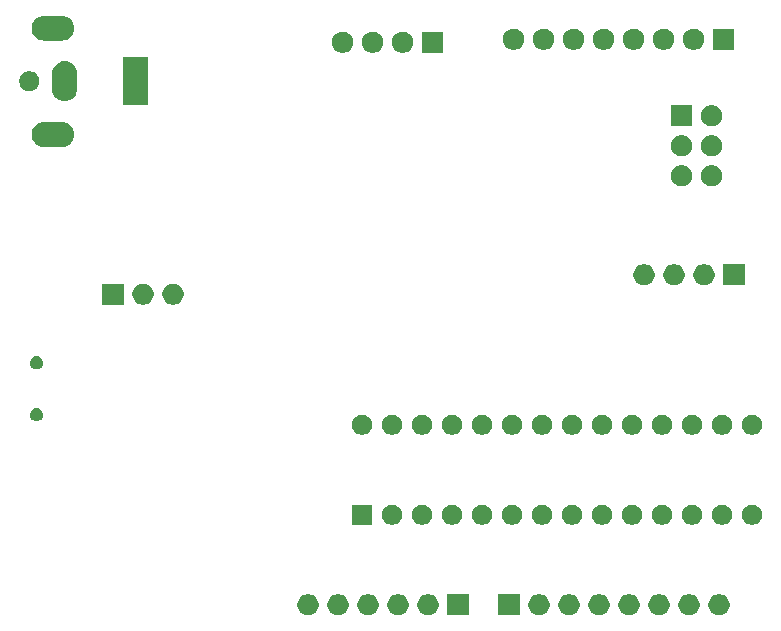
<source format=gbr>
G04 #@! TF.GenerationSoftware,KiCad,Pcbnew,(5.1.5)-3*
G04 #@! TF.CreationDate,2020-06-01T17:25:31+02:00*
G04 #@! TF.ProjectId,aurduino_ng,61757264-7569-46e6-9f5f-6e672e6b6963,rev?*
G04 #@! TF.SameCoordinates,Original*
G04 #@! TF.FileFunction,Soldermask,Bot*
G04 #@! TF.FilePolarity,Negative*
%FSLAX46Y46*%
G04 Gerber Fmt 4.6, Leading zero omitted, Abs format (unit mm)*
G04 Created by KiCad (PCBNEW (5.1.5)-3) date 2020-06-01 17:25:31*
%MOMM*%
%LPD*%
G04 APERTURE LIST*
%ADD10C,0.100000*%
G04 APERTURE END LIST*
D10*
G36*
X150253000Y-135521000D02*
G01*
X148451000Y-135521000D01*
X148451000Y-133719000D01*
X150253000Y-133719000D01*
X150253000Y-135521000D01*
G37*
G36*
X169023512Y-133723927D02*
G01*
X169172812Y-133753624D01*
X169336784Y-133821544D01*
X169484354Y-133920147D01*
X169609853Y-134045646D01*
X169708456Y-134193216D01*
X169776376Y-134357188D01*
X169811000Y-134531259D01*
X169811000Y-134708741D01*
X169776376Y-134882812D01*
X169708456Y-135046784D01*
X169609853Y-135194354D01*
X169484354Y-135319853D01*
X169336784Y-135418456D01*
X169172812Y-135486376D01*
X169023512Y-135516073D01*
X168998742Y-135521000D01*
X168821258Y-135521000D01*
X168796488Y-135516073D01*
X168647188Y-135486376D01*
X168483216Y-135418456D01*
X168335646Y-135319853D01*
X168210147Y-135194354D01*
X168111544Y-135046784D01*
X168043624Y-134882812D01*
X168009000Y-134708741D01*
X168009000Y-134531259D01*
X168043624Y-134357188D01*
X168111544Y-134193216D01*
X168210147Y-134045646D01*
X168335646Y-133920147D01*
X168483216Y-133821544D01*
X168647188Y-133753624D01*
X168796488Y-133723927D01*
X168821258Y-133719000D01*
X168998742Y-133719000D01*
X169023512Y-133723927D01*
G37*
G36*
X136765512Y-133723927D02*
G01*
X136914812Y-133753624D01*
X137078784Y-133821544D01*
X137226354Y-133920147D01*
X137351853Y-134045646D01*
X137450456Y-134193216D01*
X137518376Y-134357188D01*
X137553000Y-134531259D01*
X137553000Y-134708741D01*
X137518376Y-134882812D01*
X137450456Y-135046784D01*
X137351853Y-135194354D01*
X137226354Y-135319853D01*
X137078784Y-135418456D01*
X136914812Y-135486376D01*
X136765512Y-135516073D01*
X136740742Y-135521000D01*
X136563258Y-135521000D01*
X136538488Y-135516073D01*
X136389188Y-135486376D01*
X136225216Y-135418456D01*
X136077646Y-135319853D01*
X135952147Y-135194354D01*
X135853544Y-135046784D01*
X135785624Y-134882812D01*
X135751000Y-134708741D01*
X135751000Y-134531259D01*
X135785624Y-134357188D01*
X135853544Y-134193216D01*
X135952147Y-134045646D01*
X136077646Y-133920147D01*
X136225216Y-133821544D01*
X136389188Y-133753624D01*
X136538488Y-133723927D01*
X136563258Y-133719000D01*
X136740742Y-133719000D01*
X136765512Y-133723927D01*
G37*
G36*
X139305512Y-133723927D02*
G01*
X139454812Y-133753624D01*
X139618784Y-133821544D01*
X139766354Y-133920147D01*
X139891853Y-134045646D01*
X139990456Y-134193216D01*
X140058376Y-134357188D01*
X140093000Y-134531259D01*
X140093000Y-134708741D01*
X140058376Y-134882812D01*
X139990456Y-135046784D01*
X139891853Y-135194354D01*
X139766354Y-135319853D01*
X139618784Y-135418456D01*
X139454812Y-135486376D01*
X139305512Y-135516073D01*
X139280742Y-135521000D01*
X139103258Y-135521000D01*
X139078488Y-135516073D01*
X138929188Y-135486376D01*
X138765216Y-135418456D01*
X138617646Y-135319853D01*
X138492147Y-135194354D01*
X138393544Y-135046784D01*
X138325624Y-134882812D01*
X138291000Y-134708741D01*
X138291000Y-134531259D01*
X138325624Y-134357188D01*
X138393544Y-134193216D01*
X138492147Y-134045646D01*
X138617646Y-133920147D01*
X138765216Y-133821544D01*
X138929188Y-133753624D01*
X139078488Y-133723927D01*
X139103258Y-133719000D01*
X139280742Y-133719000D01*
X139305512Y-133723927D01*
G37*
G36*
X141845512Y-133723927D02*
G01*
X141994812Y-133753624D01*
X142158784Y-133821544D01*
X142306354Y-133920147D01*
X142431853Y-134045646D01*
X142530456Y-134193216D01*
X142598376Y-134357188D01*
X142633000Y-134531259D01*
X142633000Y-134708741D01*
X142598376Y-134882812D01*
X142530456Y-135046784D01*
X142431853Y-135194354D01*
X142306354Y-135319853D01*
X142158784Y-135418456D01*
X141994812Y-135486376D01*
X141845512Y-135516073D01*
X141820742Y-135521000D01*
X141643258Y-135521000D01*
X141618488Y-135516073D01*
X141469188Y-135486376D01*
X141305216Y-135418456D01*
X141157646Y-135319853D01*
X141032147Y-135194354D01*
X140933544Y-135046784D01*
X140865624Y-134882812D01*
X140831000Y-134708741D01*
X140831000Y-134531259D01*
X140865624Y-134357188D01*
X140933544Y-134193216D01*
X141032147Y-134045646D01*
X141157646Y-133920147D01*
X141305216Y-133821544D01*
X141469188Y-133753624D01*
X141618488Y-133723927D01*
X141643258Y-133719000D01*
X141820742Y-133719000D01*
X141845512Y-133723927D01*
G37*
G36*
X154571000Y-135521000D02*
G01*
X152769000Y-135521000D01*
X152769000Y-133719000D01*
X154571000Y-133719000D01*
X154571000Y-135521000D01*
G37*
G36*
X156323512Y-133723927D02*
G01*
X156472812Y-133753624D01*
X156636784Y-133821544D01*
X156784354Y-133920147D01*
X156909853Y-134045646D01*
X157008456Y-134193216D01*
X157076376Y-134357188D01*
X157111000Y-134531259D01*
X157111000Y-134708741D01*
X157076376Y-134882812D01*
X157008456Y-135046784D01*
X156909853Y-135194354D01*
X156784354Y-135319853D01*
X156636784Y-135418456D01*
X156472812Y-135486376D01*
X156323512Y-135516073D01*
X156298742Y-135521000D01*
X156121258Y-135521000D01*
X156096488Y-135516073D01*
X155947188Y-135486376D01*
X155783216Y-135418456D01*
X155635646Y-135319853D01*
X155510147Y-135194354D01*
X155411544Y-135046784D01*
X155343624Y-134882812D01*
X155309000Y-134708741D01*
X155309000Y-134531259D01*
X155343624Y-134357188D01*
X155411544Y-134193216D01*
X155510147Y-134045646D01*
X155635646Y-133920147D01*
X155783216Y-133821544D01*
X155947188Y-133753624D01*
X156096488Y-133723927D01*
X156121258Y-133719000D01*
X156298742Y-133719000D01*
X156323512Y-133723927D01*
G37*
G36*
X158863512Y-133723927D02*
G01*
X159012812Y-133753624D01*
X159176784Y-133821544D01*
X159324354Y-133920147D01*
X159449853Y-134045646D01*
X159548456Y-134193216D01*
X159616376Y-134357188D01*
X159651000Y-134531259D01*
X159651000Y-134708741D01*
X159616376Y-134882812D01*
X159548456Y-135046784D01*
X159449853Y-135194354D01*
X159324354Y-135319853D01*
X159176784Y-135418456D01*
X159012812Y-135486376D01*
X158863512Y-135516073D01*
X158838742Y-135521000D01*
X158661258Y-135521000D01*
X158636488Y-135516073D01*
X158487188Y-135486376D01*
X158323216Y-135418456D01*
X158175646Y-135319853D01*
X158050147Y-135194354D01*
X157951544Y-135046784D01*
X157883624Y-134882812D01*
X157849000Y-134708741D01*
X157849000Y-134531259D01*
X157883624Y-134357188D01*
X157951544Y-134193216D01*
X158050147Y-134045646D01*
X158175646Y-133920147D01*
X158323216Y-133821544D01*
X158487188Y-133753624D01*
X158636488Y-133723927D01*
X158661258Y-133719000D01*
X158838742Y-133719000D01*
X158863512Y-133723927D01*
G37*
G36*
X161403512Y-133723927D02*
G01*
X161552812Y-133753624D01*
X161716784Y-133821544D01*
X161864354Y-133920147D01*
X161989853Y-134045646D01*
X162088456Y-134193216D01*
X162156376Y-134357188D01*
X162191000Y-134531259D01*
X162191000Y-134708741D01*
X162156376Y-134882812D01*
X162088456Y-135046784D01*
X161989853Y-135194354D01*
X161864354Y-135319853D01*
X161716784Y-135418456D01*
X161552812Y-135486376D01*
X161403512Y-135516073D01*
X161378742Y-135521000D01*
X161201258Y-135521000D01*
X161176488Y-135516073D01*
X161027188Y-135486376D01*
X160863216Y-135418456D01*
X160715646Y-135319853D01*
X160590147Y-135194354D01*
X160491544Y-135046784D01*
X160423624Y-134882812D01*
X160389000Y-134708741D01*
X160389000Y-134531259D01*
X160423624Y-134357188D01*
X160491544Y-134193216D01*
X160590147Y-134045646D01*
X160715646Y-133920147D01*
X160863216Y-133821544D01*
X161027188Y-133753624D01*
X161176488Y-133723927D01*
X161201258Y-133719000D01*
X161378742Y-133719000D01*
X161403512Y-133723927D01*
G37*
G36*
X163943512Y-133723927D02*
G01*
X164092812Y-133753624D01*
X164256784Y-133821544D01*
X164404354Y-133920147D01*
X164529853Y-134045646D01*
X164628456Y-134193216D01*
X164696376Y-134357188D01*
X164731000Y-134531259D01*
X164731000Y-134708741D01*
X164696376Y-134882812D01*
X164628456Y-135046784D01*
X164529853Y-135194354D01*
X164404354Y-135319853D01*
X164256784Y-135418456D01*
X164092812Y-135486376D01*
X163943512Y-135516073D01*
X163918742Y-135521000D01*
X163741258Y-135521000D01*
X163716488Y-135516073D01*
X163567188Y-135486376D01*
X163403216Y-135418456D01*
X163255646Y-135319853D01*
X163130147Y-135194354D01*
X163031544Y-135046784D01*
X162963624Y-134882812D01*
X162929000Y-134708741D01*
X162929000Y-134531259D01*
X162963624Y-134357188D01*
X163031544Y-134193216D01*
X163130147Y-134045646D01*
X163255646Y-133920147D01*
X163403216Y-133821544D01*
X163567188Y-133753624D01*
X163716488Y-133723927D01*
X163741258Y-133719000D01*
X163918742Y-133719000D01*
X163943512Y-133723927D01*
G37*
G36*
X166483512Y-133723927D02*
G01*
X166632812Y-133753624D01*
X166796784Y-133821544D01*
X166944354Y-133920147D01*
X167069853Y-134045646D01*
X167168456Y-134193216D01*
X167236376Y-134357188D01*
X167271000Y-134531259D01*
X167271000Y-134708741D01*
X167236376Y-134882812D01*
X167168456Y-135046784D01*
X167069853Y-135194354D01*
X166944354Y-135319853D01*
X166796784Y-135418456D01*
X166632812Y-135486376D01*
X166483512Y-135516073D01*
X166458742Y-135521000D01*
X166281258Y-135521000D01*
X166256488Y-135516073D01*
X166107188Y-135486376D01*
X165943216Y-135418456D01*
X165795646Y-135319853D01*
X165670147Y-135194354D01*
X165571544Y-135046784D01*
X165503624Y-134882812D01*
X165469000Y-134708741D01*
X165469000Y-134531259D01*
X165503624Y-134357188D01*
X165571544Y-134193216D01*
X165670147Y-134045646D01*
X165795646Y-133920147D01*
X165943216Y-133821544D01*
X166107188Y-133753624D01*
X166256488Y-133723927D01*
X166281258Y-133719000D01*
X166458742Y-133719000D01*
X166483512Y-133723927D01*
G37*
G36*
X171563512Y-133723927D02*
G01*
X171712812Y-133753624D01*
X171876784Y-133821544D01*
X172024354Y-133920147D01*
X172149853Y-134045646D01*
X172248456Y-134193216D01*
X172316376Y-134357188D01*
X172351000Y-134531259D01*
X172351000Y-134708741D01*
X172316376Y-134882812D01*
X172248456Y-135046784D01*
X172149853Y-135194354D01*
X172024354Y-135319853D01*
X171876784Y-135418456D01*
X171712812Y-135486376D01*
X171563512Y-135516073D01*
X171538742Y-135521000D01*
X171361258Y-135521000D01*
X171336488Y-135516073D01*
X171187188Y-135486376D01*
X171023216Y-135418456D01*
X170875646Y-135319853D01*
X170750147Y-135194354D01*
X170651544Y-135046784D01*
X170583624Y-134882812D01*
X170549000Y-134708741D01*
X170549000Y-134531259D01*
X170583624Y-134357188D01*
X170651544Y-134193216D01*
X170750147Y-134045646D01*
X170875646Y-133920147D01*
X171023216Y-133821544D01*
X171187188Y-133753624D01*
X171336488Y-133723927D01*
X171361258Y-133719000D01*
X171538742Y-133719000D01*
X171563512Y-133723927D01*
G37*
G36*
X144385512Y-133723927D02*
G01*
X144534812Y-133753624D01*
X144698784Y-133821544D01*
X144846354Y-133920147D01*
X144971853Y-134045646D01*
X145070456Y-134193216D01*
X145138376Y-134357188D01*
X145173000Y-134531259D01*
X145173000Y-134708741D01*
X145138376Y-134882812D01*
X145070456Y-135046784D01*
X144971853Y-135194354D01*
X144846354Y-135319853D01*
X144698784Y-135418456D01*
X144534812Y-135486376D01*
X144385512Y-135516073D01*
X144360742Y-135521000D01*
X144183258Y-135521000D01*
X144158488Y-135516073D01*
X144009188Y-135486376D01*
X143845216Y-135418456D01*
X143697646Y-135319853D01*
X143572147Y-135194354D01*
X143473544Y-135046784D01*
X143405624Y-134882812D01*
X143371000Y-134708741D01*
X143371000Y-134531259D01*
X143405624Y-134357188D01*
X143473544Y-134193216D01*
X143572147Y-134045646D01*
X143697646Y-133920147D01*
X143845216Y-133821544D01*
X144009188Y-133753624D01*
X144158488Y-133723927D01*
X144183258Y-133719000D01*
X144360742Y-133719000D01*
X144385512Y-133723927D01*
G37*
G36*
X146925512Y-133723927D02*
G01*
X147074812Y-133753624D01*
X147238784Y-133821544D01*
X147386354Y-133920147D01*
X147511853Y-134045646D01*
X147610456Y-134193216D01*
X147678376Y-134357188D01*
X147713000Y-134531259D01*
X147713000Y-134708741D01*
X147678376Y-134882812D01*
X147610456Y-135046784D01*
X147511853Y-135194354D01*
X147386354Y-135319853D01*
X147238784Y-135418456D01*
X147074812Y-135486376D01*
X146925512Y-135516073D01*
X146900742Y-135521000D01*
X146723258Y-135521000D01*
X146698488Y-135516073D01*
X146549188Y-135486376D01*
X146385216Y-135418456D01*
X146237646Y-135319853D01*
X146112147Y-135194354D01*
X146013544Y-135046784D01*
X145945624Y-134882812D01*
X145911000Y-134708741D01*
X145911000Y-134531259D01*
X145945624Y-134357188D01*
X146013544Y-134193216D01*
X146112147Y-134045646D01*
X146237646Y-133920147D01*
X146385216Y-133821544D01*
X146549188Y-133753624D01*
X146698488Y-133723927D01*
X146723258Y-133719000D01*
X146900742Y-133719000D01*
X146925512Y-133723927D01*
G37*
G36*
X171952228Y-126181703D02*
G01*
X172107100Y-126245853D01*
X172246481Y-126338985D01*
X172365015Y-126457519D01*
X172458147Y-126596900D01*
X172522297Y-126751772D01*
X172555000Y-126916184D01*
X172555000Y-127083816D01*
X172522297Y-127248228D01*
X172458147Y-127403100D01*
X172365015Y-127542481D01*
X172246481Y-127661015D01*
X172107100Y-127754147D01*
X171952228Y-127818297D01*
X171787816Y-127851000D01*
X171620184Y-127851000D01*
X171455772Y-127818297D01*
X171300900Y-127754147D01*
X171161519Y-127661015D01*
X171042985Y-127542481D01*
X170949853Y-127403100D01*
X170885703Y-127248228D01*
X170853000Y-127083816D01*
X170853000Y-126916184D01*
X170885703Y-126751772D01*
X170949853Y-126596900D01*
X171042985Y-126457519D01*
X171161519Y-126338985D01*
X171300900Y-126245853D01*
X171455772Y-126181703D01*
X171620184Y-126149000D01*
X171787816Y-126149000D01*
X171952228Y-126181703D01*
G37*
G36*
X142075000Y-127851000D02*
G01*
X140373000Y-127851000D01*
X140373000Y-126149000D01*
X142075000Y-126149000D01*
X142075000Y-127851000D01*
G37*
G36*
X151632228Y-126181703D02*
G01*
X151787100Y-126245853D01*
X151926481Y-126338985D01*
X152045015Y-126457519D01*
X152138147Y-126596900D01*
X152202297Y-126751772D01*
X152235000Y-126916184D01*
X152235000Y-127083816D01*
X152202297Y-127248228D01*
X152138147Y-127403100D01*
X152045015Y-127542481D01*
X151926481Y-127661015D01*
X151787100Y-127754147D01*
X151632228Y-127818297D01*
X151467816Y-127851000D01*
X151300184Y-127851000D01*
X151135772Y-127818297D01*
X150980900Y-127754147D01*
X150841519Y-127661015D01*
X150722985Y-127542481D01*
X150629853Y-127403100D01*
X150565703Y-127248228D01*
X150533000Y-127083816D01*
X150533000Y-126916184D01*
X150565703Y-126751772D01*
X150629853Y-126596900D01*
X150722985Y-126457519D01*
X150841519Y-126338985D01*
X150980900Y-126245853D01*
X151135772Y-126181703D01*
X151300184Y-126149000D01*
X151467816Y-126149000D01*
X151632228Y-126181703D01*
G37*
G36*
X156712228Y-126181703D02*
G01*
X156867100Y-126245853D01*
X157006481Y-126338985D01*
X157125015Y-126457519D01*
X157218147Y-126596900D01*
X157282297Y-126751772D01*
X157315000Y-126916184D01*
X157315000Y-127083816D01*
X157282297Y-127248228D01*
X157218147Y-127403100D01*
X157125015Y-127542481D01*
X157006481Y-127661015D01*
X156867100Y-127754147D01*
X156712228Y-127818297D01*
X156547816Y-127851000D01*
X156380184Y-127851000D01*
X156215772Y-127818297D01*
X156060900Y-127754147D01*
X155921519Y-127661015D01*
X155802985Y-127542481D01*
X155709853Y-127403100D01*
X155645703Y-127248228D01*
X155613000Y-127083816D01*
X155613000Y-126916184D01*
X155645703Y-126751772D01*
X155709853Y-126596900D01*
X155802985Y-126457519D01*
X155921519Y-126338985D01*
X156060900Y-126245853D01*
X156215772Y-126181703D01*
X156380184Y-126149000D01*
X156547816Y-126149000D01*
X156712228Y-126181703D01*
G37*
G36*
X159252228Y-126181703D02*
G01*
X159407100Y-126245853D01*
X159546481Y-126338985D01*
X159665015Y-126457519D01*
X159758147Y-126596900D01*
X159822297Y-126751772D01*
X159855000Y-126916184D01*
X159855000Y-127083816D01*
X159822297Y-127248228D01*
X159758147Y-127403100D01*
X159665015Y-127542481D01*
X159546481Y-127661015D01*
X159407100Y-127754147D01*
X159252228Y-127818297D01*
X159087816Y-127851000D01*
X158920184Y-127851000D01*
X158755772Y-127818297D01*
X158600900Y-127754147D01*
X158461519Y-127661015D01*
X158342985Y-127542481D01*
X158249853Y-127403100D01*
X158185703Y-127248228D01*
X158153000Y-127083816D01*
X158153000Y-126916184D01*
X158185703Y-126751772D01*
X158249853Y-126596900D01*
X158342985Y-126457519D01*
X158461519Y-126338985D01*
X158600900Y-126245853D01*
X158755772Y-126181703D01*
X158920184Y-126149000D01*
X159087816Y-126149000D01*
X159252228Y-126181703D01*
G37*
G36*
X149092228Y-126181703D02*
G01*
X149247100Y-126245853D01*
X149386481Y-126338985D01*
X149505015Y-126457519D01*
X149598147Y-126596900D01*
X149662297Y-126751772D01*
X149695000Y-126916184D01*
X149695000Y-127083816D01*
X149662297Y-127248228D01*
X149598147Y-127403100D01*
X149505015Y-127542481D01*
X149386481Y-127661015D01*
X149247100Y-127754147D01*
X149092228Y-127818297D01*
X148927816Y-127851000D01*
X148760184Y-127851000D01*
X148595772Y-127818297D01*
X148440900Y-127754147D01*
X148301519Y-127661015D01*
X148182985Y-127542481D01*
X148089853Y-127403100D01*
X148025703Y-127248228D01*
X147993000Y-127083816D01*
X147993000Y-126916184D01*
X148025703Y-126751772D01*
X148089853Y-126596900D01*
X148182985Y-126457519D01*
X148301519Y-126338985D01*
X148440900Y-126245853D01*
X148595772Y-126181703D01*
X148760184Y-126149000D01*
X148927816Y-126149000D01*
X149092228Y-126181703D01*
G37*
G36*
X161792228Y-126181703D02*
G01*
X161947100Y-126245853D01*
X162086481Y-126338985D01*
X162205015Y-126457519D01*
X162298147Y-126596900D01*
X162362297Y-126751772D01*
X162395000Y-126916184D01*
X162395000Y-127083816D01*
X162362297Y-127248228D01*
X162298147Y-127403100D01*
X162205015Y-127542481D01*
X162086481Y-127661015D01*
X161947100Y-127754147D01*
X161792228Y-127818297D01*
X161627816Y-127851000D01*
X161460184Y-127851000D01*
X161295772Y-127818297D01*
X161140900Y-127754147D01*
X161001519Y-127661015D01*
X160882985Y-127542481D01*
X160789853Y-127403100D01*
X160725703Y-127248228D01*
X160693000Y-127083816D01*
X160693000Y-126916184D01*
X160725703Y-126751772D01*
X160789853Y-126596900D01*
X160882985Y-126457519D01*
X161001519Y-126338985D01*
X161140900Y-126245853D01*
X161295772Y-126181703D01*
X161460184Y-126149000D01*
X161627816Y-126149000D01*
X161792228Y-126181703D01*
G37*
G36*
X164332228Y-126181703D02*
G01*
X164487100Y-126245853D01*
X164626481Y-126338985D01*
X164745015Y-126457519D01*
X164838147Y-126596900D01*
X164902297Y-126751772D01*
X164935000Y-126916184D01*
X164935000Y-127083816D01*
X164902297Y-127248228D01*
X164838147Y-127403100D01*
X164745015Y-127542481D01*
X164626481Y-127661015D01*
X164487100Y-127754147D01*
X164332228Y-127818297D01*
X164167816Y-127851000D01*
X164000184Y-127851000D01*
X163835772Y-127818297D01*
X163680900Y-127754147D01*
X163541519Y-127661015D01*
X163422985Y-127542481D01*
X163329853Y-127403100D01*
X163265703Y-127248228D01*
X163233000Y-127083816D01*
X163233000Y-126916184D01*
X163265703Y-126751772D01*
X163329853Y-126596900D01*
X163422985Y-126457519D01*
X163541519Y-126338985D01*
X163680900Y-126245853D01*
X163835772Y-126181703D01*
X164000184Y-126149000D01*
X164167816Y-126149000D01*
X164332228Y-126181703D01*
G37*
G36*
X166872228Y-126181703D02*
G01*
X167027100Y-126245853D01*
X167166481Y-126338985D01*
X167285015Y-126457519D01*
X167378147Y-126596900D01*
X167442297Y-126751772D01*
X167475000Y-126916184D01*
X167475000Y-127083816D01*
X167442297Y-127248228D01*
X167378147Y-127403100D01*
X167285015Y-127542481D01*
X167166481Y-127661015D01*
X167027100Y-127754147D01*
X166872228Y-127818297D01*
X166707816Y-127851000D01*
X166540184Y-127851000D01*
X166375772Y-127818297D01*
X166220900Y-127754147D01*
X166081519Y-127661015D01*
X165962985Y-127542481D01*
X165869853Y-127403100D01*
X165805703Y-127248228D01*
X165773000Y-127083816D01*
X165773000Y-126916184D01*
X165805703Y-126751772D01*
X165869853Y-126596900D01*
X165962985Y-126457519D01*
X166081519Y-126338985D01*
X166220900Y-126245853D01*
X166375772Y-126181703D01*
X166540184Y-126149000D01*
X166707816Y-126149000D01*
X166872228Y-126181703D01*
G37*
G36*
X146552228Y-126181703D02*
G01*
X146707100Y-126245853D01*
X146846481Y-126338985D01*
X146965015Y-126457519D01*
X147058147Y-126596900D01*
X147122297Y-126751772D01*
X147155000Y-126916184D01*
X147155000Y-127083816D01*
X147122297Y-127248228D01*
X147058147Y-127403100D01*
X146965015Y-127542481D01*
X146846481Y-127661015D01*
X146707100Y-127754147D01*
X146552228Y-127818297D01*
X146387816Y-127851000D01*
X146220184Y-127851000D01*
X146055772Y-127818297D01*
X145900900Y-127754147D01*
X145761519Y-127661015D01*
X145642985Y-127542481D01*
X145549853Y-127403100D01*
X145485703Y-127248228D01*
X145453000Y-127083816D01*
X145453000Y-126916184D01*
X145485703Y-126751772D01*
X145549853Y-126596900D01*
X145642985Y-126457519D01*
X145761519Y-126338985D01*
X145900900Y-126245853D01*
X146055772Y-126181703D01*
X146220184Y-126149000D01*
X146387816Y-126149000D01*
X146552228Y-126181703D01*
G37*
G36*
X169412228Y-126181703D02*
G01*
X169567100Y-126245853D01*
X169706481Y-126338985D01*
X169825015Y-126457519D01*
X169918147Y-126596900D01*
X169982297Y-126751772D01*
X170015000Y-126916184D01*
X170015000Y-127083816D01*
X169982297Y-127248228D01*
X169918147Y-127403100D01*
X169825015Y-127542481D01*
X169706481Y-127661015D01*
X169567100Y-127754147D01*
X169412228Y-127818297D01*
X169247816Y-127851000D01*
X169080184Y-127851000D01*
X168915772Y-127818297D01*
X168760900Y-127754147D01*
X168621519Y-127661015D01*
X168502985Y-127542481D01*
X168409853Y-127403100D01*
X168345703Y-127248228D01*
X168313000Y-127083816D01*
X168313000Y-126916184D01*
X168345703Y-126751772D01*
X168409853Y-126596900D01*
X168502985Y-126457519D01*
X168621519Y-126338985D01*
X168760900Y-126245853D01*
X168915772Y-126181703D01*
X169080184Y-126149000D01*
X169247816Y-126149000D01*
X169412228Y-126181703D01*
G37*
G36*
X144012228Y-126181703D02*
G01*
X144167100Y-126245853D01*
X144306481Y-126338985D01*
X144425015Y-126457519D01*
X144518147Y-126596900D01*
X144582297Y-126751772D01*
X144615000Y-126916184D01*
X144615000Y-127083816D01*
X144582297Y-127248228D01*
X144518147Y-127403100D01*
X144425015Y-127542481D01*
X144306481Y-127661015D01*
X144167100Y-127754147D01*
X144012228Y-127818297D01*
X143847816Y-127851000D01*
X143680184Y-127851000D01*
X143515772Y-127818297D01*
X143360900Y-127754147D01*
X143221519Y-127661015D01*
X143102985Y-127542481D01*
X143009853Y-127403100D01*
X142945703Y-127248228D01*
X142913000Y-127083816D01*
X142913000Y-126916184D01*
X142945703Y-126751772D01*
X143009853Y-126596900D01*
X143102985Y-126457519D01*
X143221519Y-126338985D01*
X143360900Y-126245853D01*
X143515772Y-126181703D01*
X143680184Y-126149000D01*
X143847816Y-126149000D01*
X144012228Y-126181703D01*
G37*
G36*
X154172228Y-126181703D02*
G01*
X154327100Y-126245853D01*
X154466481Y-126338985D01*
X154585015Y-126457519D01*
X154678147Y-126596900D01*
X154742297Y-126751772D01*
X154775000Y-126916184D01*
X154775000Y-127083816D01*
X154742297Y-127248228D01*
X154678147Y-127403100D01*
X154585015Y-127542481D01*
X154466481Y-127661015D01*
X154327100Y-127754147D01*
X154172228Y-127818297D01*
X154007816Y-127851000D01*
X153840184Y-127851000D01*
X153675772Y-127818297D01*
X153520900Y-127754147D01*
X153381519Y-127661015D01*
X153262985Y-127542481D01*
X153169853Y-127403100D01*
X153105703Y-127248228D01*
X153073000Y-127083816D01*
X153073000Y-126916184D01*
X153105703Y-126751772D01*
X153169853Y-126596900D01*
X153262985Y-126457519D01*
X153381519Y-126338985D01*
X153520900Y-126245853D01*
X153675772Y-126181703D01*
X153840184Y-126149000D01*
X154007816Y-126149000D01*
X154172228Y-126181703D01*
G37*
G36*
X174492228Y-126181703D02*
G01*
X174647100Y-126245853D01*
X174786481Y-126338985D01*
X174905015Y-126457519D01*
X174998147Y-126596900D01*
X175062297Y-126751772D01*
X175095000Y-126916184D01*
X175095000Y-127083816D01*
X175062297Y-127248228D01*
X174998147Y-127403100D01*
X174905015Y-127542481D01*
X174786481Y-127661015D01*
X174647100Y-127754147D01*
X174492228Y-127818297D01*
X174327816Y-127851000D01*
X174160184Y-127851000D01*
X173995772Y-127818297D01*
X173840900Y-127754147D01*
X173701519Y-127661015D01*
X173582985Y-127542481D01*
X173489853Y-127403100D01*
X173425703Y-127248228D01*
X173393000Y-127083816D01*
X173393000Y-126916184D01*
X173425703Y-126751772D01*
X173489853Y-126596900D01*
X173582985Y-126457519D01*
X173701519Y-126338985D01*
X173840900Y-126245853D01*
X173995772Y-126181703D01*
X174160184Y-126149000D01*
X174327816Y-126149000D01*
X174492228Y-126181703D01*
G37*
G36*
X154172228Y-118561703D02*
G01*
X154327100Y-118625853D01*
X154466481Y-118718985D01*
X154585015Y-118837519D01*
X154678147Y-118976900D01*
X154742297Y-119131772D01*
X154775000Y-119296184D01*
X154775000Y-119463816D01*
X154742297Y-119628228D01*
X154678147Y-119783100D01*
X154585015Y-119922481D01*
X154466481Y-120041015D01*
X154327100Y-120134147D01*
X154172228Y-120198297D01*
X154007816Y-120231000D01*
X153840184Y-120231000D01*
X153675772Y-120198297D01*
X153520900Y-120134147D01*
X153381519Y-120041015D01*
X153262985Y-119922481D01*
X153169853Y-119783100D01*
X153105703Y-119628228D01*
X153073000Y-119463816D01*
X153073000Y-119296184D01*
X153105703Y-119131772D01*
X153169853Y-118976900D01*
X153262985Y-118837519D01*
X153381519Y-118718985D01*
X153520900Y-118625853D01*
X153675772Y-118561703D01*
X153840184Y-118529000D01*
X154007816Y-118529000D01*
X154172228Y-118561703D01*
G37*
G36*
X141472228Y-118561703D02*
G01*
X141627100Y-118625853D01*
X141766481Y-118718985D01*
X141885015Y-118837519D01*
X141978147Y-118976900D01*
X142042297Y-119131772D01*
X142075000Y-119296184D01*
X142075000Y-119463816D01*
X142042297Y-119628228D01*
X141978147Y-119783100D01*
X141885015Y-119922481D01*
X141766481Y-120041015D01*
X141627100Y-120134147D01*
X141472228Y-120198297D01*
X141307816Y-120231000D01*
X141140184Y-120231000D01*
X140975772Y-120198297D01*
X140820900Y-120134147D01*
X140681519Y-120041015D01*
X140562985Y-119922481D01*
X140469853Y-119783100D01*
X140405703Y-119628228D01*
X140373000Y-119463816D01*
X140373000Y-119296184D01*
X140405703Y-119131772D01*
X140469853Y-118976900D01*
X140562985Y-118837519D01*
X140681519Y-118718985D01*
X140820900Y-118625853D01*
X140975772Y-118561703D01*
X141140184Y-118529000D01*
X141307816Y-118529000D01*
X141472228Y-118561703D01*
G37*
G36*
X144012228Y-118561703D02*
G01*
X144167100Y-118625853D01*
X144306481Y-118718985D01*
X144425015Y-118837519D01*
X144518147Y-118976900D01*
X144582297Y-119131772D01*
X144615000Y-119296184D01*
X144615000Y-119463816D01*
X144582297Y-119628228D01*
X144518147Y-119783100D01*
X144425015Y-119922481D01*
X144306481Y-120041015D01*
X144167100Y-120134147D01*
X144012228Y-120198297D01*
X143847816Y-120231000D01*
X143680184Y-120231000D01*
X143515772Y-120198297D01*
X143360900Y-120134147D01*
X143221519Y-120041015D01*
X143102985Y-119922481D01*
X143009853Y-119783100D01*
X142945703Y-119628228D01*
X142913000Y-119463816D01*
X142913000Y-119296184D01*
X142945703Y-119131772D01*
X143009853Y-118976900D01*
X143102985Y-118837519D01*
X143221519Y-118718985D01*
X143360900Y-118625853D01*
X143515772Y-118561703D01*
X143680184Y-118529000D01*
X143847816Y-118529000D01*
X144012228Y-118561703D01*
G37*
G36*
X146552228Y-118561703D02*
G01*
X146707100Y-118625853D01*
X146846481Y-118718985D01*
X146965015Y-118837519D01*
X147058147Y-118976900D01*
X147122297Y-119131772D01*
X147155000Y-119296184D01*
X147155000Y-119463816D01*
X147122297Y-119628228D01*
X147058147Y-119783100D01*
X146965015Y-119922481D01*
X146846481Y-120041015D01*
X146707100Y-120134147D01*
X146552228Y-120198297D01*
X146387816Y-120231000D01*
X146220184Y-120231000D01*
X146055772Y-120198297D01*
X145900900Y-120134147D01*
X145761519Y-120041015D01*
X145642985Y-119922481D01*
X145549853Y-119783100D01*
X145485703Y-119628228D01*
X145453000Y-119463816D01*
X145453000Y-119296184D01*
X145485703Y-119131772D01*
X145549853Y-118976900D01*
X145642985Y-118837519D01*
X145761519Y-118718985D01*
X145900900Y-118625853D01*
X146055772Y-118561703D01*
X146220184Y-118529000D01*
X146387816Y-118529000D01*
X146552228Y-118561703D01*
G37*
G36*
X149092228Y-118561703D02*
G01*
X149247100Y-118625853D01*
X149386481Y-118718985D01*
X149505015Y-118837519D01*
X149598147Y-118976900D01*
X149662297Y-119131772D01*
X149695000Y-119296184D01*
X149695000Y-119463816D01*
X149662297Y-119628228D01*
X149598147Y-119783100D01*
X149505015Y-119922481D01*
X149386481Y-120041015D01*
X149247100Y-120134147D01*
X149092228Y-120198297D01*
X148927816Y-120231000D01*
X148760184Y-120231000D01*
X148595772Y-120198297D01*
X148440900Y-120134147D01*
X148301519Y-120041015D01*
X148182985Y-119922481D01*
X148089853Y-119783100D01*
X148025703Y-119628228D01*
X147993000Y-119463816D01*
X147993000Y-119296184D01*
X148025703Y-119131772D01*
X148089853Y-118976900D01*
X148182985Y-118837519D01*
X148301519Y-118718985D01*
X148440900Y-118625853D01*
X148595772Y-118561703D01*
X148760184Y-118529000D01*
X148927816Y-118529000D01*
X149092228Y-118561703D01*
G37*
G36*
X156712228Y-118561703D02*
G01*
X156867100Y-118625853D01*
X157006481Y-118718985D01*
X157125015Y-118837519D01*
X157218147Y-118976900D01*
X157282297Y-119131772D01*
X157315000Y-119296184D01*
X157315000Y-119463816D01*
X157282297Y-119628228D01*
X157218147Y-119783100D01*
X157125015Y-119922481D01*
X157006481Y-120041015D01*
X156867100Y-120134147D01*
X156712228Y-120198297D01*
X156547816Y-120231000D01*
X156380184Y-120231000D01*
X156215772Y-120198297D01*
X156060900Y-120134147D01*
X155921519Y-120041015D01*
X155802985Y-119922481D01*
X155709853Y-119783100D01*
X155645703Y-119628228D01*
X155613000Y-119463816D01*
X155613000Y-119296184D01*
X155645703Y-119131772D01*
X155709853Y-118976900D01*
X155802985Y-118837519D01*
X155921519Y-118718985D01*
X156060900Y-118625853D01*
X156215772Y-118561703D01*
X156380184Y-118529000D01*
X156547816Y-118529000D01*
X156712228Y-118561703D01*
G37*
G36*
X159252228Y-118561703D02*
G01*
X159407100Y-118625853D01*
X159546481Y-118718985D01*
X159665015Y-118837519D01*
X159758147Y-118976900D01*
X159822297Y-119131772D01*
X159855000Y-119296184D01*
X159855000Y-119463816D01*
X159822297Y-119628228D01*
X159758147Y-119783100D01*
X159665015Y-119922481D01*
X159546481Y-120041015D01*
X159407100Y-120134147D01*
X159252228Y-120198297D01*
X159087816Y-120231000D01*
X158920184Y-120231000D01*
X158755772Y-120198297D01*
X158600900Y-120134147D01*
X158461519Y-120041015D01*
X158342985Y-119922481D01*
X158249853Y-119783100D01*
X158185703Y-119628228D01*
X158153000Y-119463816D01*
X158153000Y-119296184D01*
X158185703Y-119131772D01*
X158249853Y-118976900D01*
X158342985Y-118837519D01*
X158461519Y-118718985D01*
X158600900Y-118625853D01*
X158755772Y-118561703D01*
X158920184Y-118529000D01*
X159087816Y-118529000D01*
X159252228Y-118561703D01*
G37*
G36*
X161792228Y-118561703D02*
G01*
X161947100Y-118625853D01*
X162086481Y-118718985D01*
X162205015Y-118837519D01*
X162298147Y-118976900D01*
X162362297Y-119131772D01*
X162395000Y-119296184D01*
X162395000Y-119463816D01*
X162362297Y-119628228D01*
X162298147Y-119783100D01*
X162205015Y-119922481D01*
X162086481Y-120041015D01*
X161947100Y-120134147D01*
X161792228Y-120198297D01*
X161627816Y-120231000D01*
X161460184Y-120231000D01*
X161295772Y-120198297D01*
X161140900Y-120134147D01*
X161001519Y-120041015D01*
X160882985Y-119922481D01*
X160789853Y-119783100D01*
X160725703Y-119628228D01*
X160693000Y-119463816D01*
X160693000Y-119296184D01*
X160725703Y-119131772D01*
X160789853Y-118976900D01*
X160882985Y-118837519D01*
X161001519Y-118718985D01*
X161140900Y-118625853D01*
X161295772Y-118561703D01*
X161460184Y-118529000D01*
X161627816Y-118529000D01*
X161792228Y-118561703D01*
G37*
G36*
X164332228Y-118561703D02*
G01*
X164487100Y-118625853D01*
X164626481Y-118718985D01*
X164745015Y-118837519D01*
X164838147Y-118976900D01*
X164902297Y-119131772D01*
X164935000Y-119296184D01*
X164935000Y-119463816D01*
X164902297Y-119628228D01*
X164838147Y-119783100D01*
X164745015Y-119922481D01*
X164626481Y-120041015D01*
X164487100Y-120134147D01*
X164332228Y-120198297D01*
X164167816Y-120231000D01*
X164000184Y-120231000D01*
X163835772Y-120198297D01*
X163680900Y-120134147D01*
X163541519Y-120041015D01*
X163422985Y-119922481D01*
X163329853Y-119783100D01*
X163265703Y-119628228D01*
X163233000Y-119463816D01*
X163233000Y-119296184D01*
X163265703Y-119131772D01*
X163329853Y-118976900D01*
X163422985Y-118837519D01*
X163541519Y-118718985D01*
X163680900Y-118625853D01*
X163835772Y-118561703D01*
X164000184Y-118529000D01*
X164167816Y-118529000D01*
X164332228Y-118561703D01*
G37*
G36*
X151632228Y-118561703D02*
G01*
X151787100Y-118625853D01*
X151926481Y-118718985D01*
X152045015Y-118837519D01*
X152138147Y-118976900D01*
X152202297Y-119131772D01*
X152235000Y-119296184D01*
X152235000Y-119463816D01*
X152202297Y-119628228D01*
X152138147Y-119783100D01*
X152045015Y-119922481D01*
X151926481Y-120041015D01*
X151787100Y-120134147D01*
X151632228Y-120198297D01*
X151467816Y-120231000D01*
X151300184Y-120231000D01*
X151135772Y-120198297D01*
X150980900Y-120134147D01*
X150841519Y-120041015D01*
X150722985Y-119922481D01*
X150629853Y-119783100D01*
X150565703Y-119628228D01*
X150533000Y-119463816D01*
X150533000Y-119296184D01*
X150565703Y-119131772D01*
X150629853Y-118976900D01*
X150722985Y-118837519D01*
X150841519Y-118718985D01*
X150980900Y-118625853D01*
X151135772Y-118561703D01*
X151300184Y-118529000D01*
X151467816Y-118529000D01*
X151632228Y-118561703D01*
G37*
G36*
X166872228Y-118561703D02*
G01*
X167027100Y-118625853D01*
X167166481Y-118718985D01*
X167285015Y-118837519D01*
X167378147Y-118976900D01*
X167442297Y-119131772D01*
X167475000Y-119296184D01*
X167475000Y-119463816D01*
X167442297Y-119628228D01*
X167378147Y-119783100D01*
X167285015Y-119922481D01*
X167166481Y-120041015D01*
X167027100Y-120134147D01*
X166872228Y-120198297D01*
X166707816Y-120231000D01*
X166540184Y-120231000D01*
X166375772Y-120198297D01*
X166220900Y-120134147D01*
X166081519Y-120041015D01*
X165962985Y-119922481D01*
X165869853Y-119783100D01*
X165805703Y-119628228D01*
X165773000Y-119463816D01*
X165773000Y-119296184D01*
X165805703Y-119131772D01*
X165869853Y-118976900D01*
X165962985Y-118837519D01*
X166081519Y-118718985D01*
X166220900Y-118625853D01*
X166375772Y-118561703D01*
X166540184Y-118529000D01*
X166707816Y-118529000D01*
X166872228Y-118561703D01*
G37*
G36*
X169412228Y-118561703D02*
G01*
X169567100Y-118625853D01*
X169706481Y-118718985D01*
X169825015Y-118837519D01*
X169918147Y-118976900D01*
X169982297Y-119131772D01*
X170015000Y-119296184D01*
X170015000Y-119463816D01*
X169982297Y-119628228D01*
X169918147Y-119783100D01*
X169825015Y-119922481D01*
X169706481Y-120041015D01*
X169567100Y-120134147D01*
X169412228Y-120198297D01*
X169247816Y-120231000D01*
X169080184Y-120231000D01*
X168915772Y-120198297D01*
X168760900Y-120134147D01*
X168621519Y-120041015D01*
X168502985Y-119922481D01*
X168409853Y-119783100D01*
X168345703Y-119628228D01*
X168313000Y-119463816D01*
X168313000Y-119296184D01*
X168345703Y-119131772D01*
X168409853Y-118976900D01*
X168502985Y-118837519D01*
X168621519Y-118718985D01*
X168760900Y-118625853D01*
X168915772Y-118561703D01*
X169080184Y-118529000D01*
X169247816Y-118529000D01*
X169412228Y-118561703D01*
G37*
G36*
X171952228Y-118561703D02*
G01*
X172107100Y-118625853D01*
X172246481Y-118718985D01*
X172365015Y-118837519D01*
X172458147Y-118976900D01*
X172522297Y-119131772D01*
X172555000Y-119296184D01*
X172555000Y-119463816D01*
X172522297Y-119628228D01*
X172458147Y-119783100D01*
X172365015Y-119922481D01*
X172246481Y-120041015D01*
X172107100Y-120134147D01*
X171952228Y-120198297D01*
X171787816Y-120231000D01*
X171620184Y-120231000D01*
X171455772Y-120198297D01*
X171300900Y-120134147D01*
X171161519Y-120041015D01*
X171042985Y-119922481D01*
X170949853Y-119783100D01*
X170885703Y-119628228D01*
X170853000Y-119463816D01*
X170853000Y-119296184D01*
X170885703Y-119131772D01*
X170949853Y-118976900D01*
X171042985Y-118837519D01*
X171161519Y-118718985D01*
X171300900Y-118625853D01*
X171455772Y-118561703D01*
X171620184Y-118529000D01*
X171787816Y-118529000D01*
X171952228Y-118561703D01*
G37*
G36*
X174492228Y-118561703D02*
G01*
X174647100Y-118625853D01*
X174786481Y-118718985D01*
X174905015Y-118837519D01*
X174998147Y-118976900D01*
X175062297Y-119131772D01*
X175095000Y-119296184D01*
X175095000Y-119463816D01*
X175062297Y-119628228D01*
X174998147Y-119783100D01*
X174905015Y-119922481D01*
X174786481Y-120041015D01*
X174647100Y-120134147D01*
X174492228Y-120198297D01*
X174327816Y-120231000D01*
X174160184Y-120231000D01*
X173995772Y-120198297D01*
X173840900Y-120134147D01*
X173701519Y-120041015D01*
X173582985Y-119922481D01*
X173489853Y-119783100D01*
X173425703Y-119628228D01*
X173393000Y-119463816D01*
X173393000Y-119296184D01*
X173425703Y-119131772D01*
X173489853Y-118976900D01*
X173582985Y-118837519D01*
X173701519Y-118718985D01*
X173840900Y-118625853D01*
X173995772Y-118561703D01*
X174160184Y-118529000D01*
X174327816Y-118529000D01*
X174492228Y-118561703D01*
G37*
G36*
X113825721Y-118002174D02*
G01*
X113925995Y-118043709D01*
X113925996Y-118043710D01*
X114016242Y-118104010D01*
X114092990Y-118180758D01*
X114092991Y-118180760D01*
X114153291Y-118271005D01*
X114194826Y-118371279D01*
X114216000Y-118477730D01*
X114216000Y-118586270D01*
X114194826Y-118692721D01*
X114153291Y-118792995D01*
X114153290Y-118792996D01*
X114092990Y-118883242D01*
X114016242Y-118959990D01*
X113970812Y-118990345D01*
X113925995Y-119020291D01*
X113825721Y-119061826D01*
X113719270Y-119083000D01*
X113610730Y-119083000D01*
X113504279Y-119061826D01*
X113404005Y-119020291D01*
X113359188Y-118990345D01*
X113313758Y-118959990D01*
X113237010Y-118883242D01*
X113176710Y-118792996D01*
X113176709Y-118792995D01*
X113135174Y-118692721D01*
X113114000Y-118586270D01*
X113114000Y-118477730D01*
X113135174Y-118371279D01*
X113176709Y-118271005D01*
X113237009Y-118180760D01*
X113237010Y-118180758D01*
X113313758Y-118104010D01*
X113404004Y-118043710D01*
X113404005Y-118043709D01*
X113504279Y-118002174D01*
X113610730Y-117981000D01*
X113719270Y-117981000D01*
X113825721Y-118002174D01*
G37*
G36*
X113825721Y-113602174D02*
G01*
X113925995Y-113643709D01*
X113925996Y-113643710D01*
X114016242Y-113704010D01*
X114092990Y-113780758D01*
X114092991Y-113780760D01*
X114153291Y-113871005D01*
X114194826Y-113971279D01*
X114216000Y-114077730D01*
X114216000Y-114186270D01*
X114194826Y-114292721D01*
X114153291Y-114392995D01*
X114153290Y-114392996D01*
X114092990Y-114483242D01*
X114016242Y-114559990D01*
X113970812Y-114590345D01*
X113925995Y-114620291D01*
X113825721Y-114661826D01*
X113719270Y-114683000D01*
X113610730Y-114683000D01*
X113504279Y-114661826D01*
X113404005Y-114620291D01*
X113359188Y-114590345D01*
X113313758Y-114559990D01*
X113237010Y-114483242D01*
X113176710Y-114392996D01*
X113176709Y-114392995D01*
X113135174Y-114292721D01*
X113114000Y-114186270D01*
X113114000Y-114077730D01*
X113135174Y-113971279D01*
X113176709Y-113871005D01*
X113237009Y-113780760D01*
X113237010Y-113780758D01*
X113313758Y-113704010D01*
X113404004Y-113643710D01*
X113404005Y-113643709D01*
X113504279Y-113602174D01*
X113610730Y-113581000D01*
X113719270Y-113581000D01*
X113825721Y-113602174D01*
G37*
G36*
X121043000Y-109232000D02*
G01*
X119241000Y-109232000D01*
X119241000Y-107430000D01*
X121043000Y-107430000D01*
X121043000Y-109232000D01*
G37*
G36*
X122795512Y-107434927D02*
G01*
X122944812Y-107464624D01*
X123108784Y-107532544D01*
X123256354Y-107631147D01*
X123381853Y-107756646D01*
X123480456Y-107904216D01*
X123548376Y-108068188D01*
X123583000Y-108242259D01*
X123583000Y-108419741D01*
X123548376Y-108593812D01*
X123480456Y-108757784D01*
X123381853Y-108905354D01*
X123256354Y-109030853D01*
X123108784Y-109129456D01*
X122944812Y-109197376D01*
X122795512Y-109227073D01*
X122770742Y-109232000D01*
X122593258Y-109232000D01*
X122568488Y-109227073D01*
X122419188Y-109197376D01*
X122255216Y-109129456D01*
X122107646Y-109030853D01*
X121982147Y-108905354D01*
X121883544Y-108757784D01*
X121815624Y-108593812D01*
X121781000Y-108419741D01*
X121781000Y-108242259D01*
X121815624Y-108068188D01*
X121883544Y-107904216D01*
X121982147Y-107756646D01*
X122107646Y-107631147D01*
X122255216Y-107532544D01*
X122419188Y-107464624D01*
X122568488Y-107434927D01*
X122593258Y-107430000D01*
X122770742Y-107430000D01*
X122795512Y-107434927D01*
G37*
G36*
X125335512Y-107434927D02*
G01*
X125484812Y-107464624D01*
X125648784Y-107532544D01*
X125796354Y-107631147D01*
X125921853Y-107756646D01*
X126020456Y-107904216D01*
X126088376Y-108068188D01*
X126123000Y-108242259D01*
X126123000Y-108419741D01*
X126088376Y-108593812D01*
X126020456Y-108757784D01*
X125921853Y-108905354D01*
X125796354Y-109030853D01*
X125648784Y-109129456D01*
X125484812Y-109197376D01*
X125335512Y-109227073D01*
X125310742Y-109232000D01*
X125133258Y-109232000D01*
X125108488Y-109227073D01*
X124959188Y-109197376D01*
X124795216Y-109129456D01*
X124647646Y-109030853D01*
X124522147Y-108905354D01*
X124423544Y-108757784D01*
X124355624Y-108593812D01*
X124321000Y-108419741D01*
X124321000Y-108242259D01*
X124355624Y-108068188D01*
X124423544Y-107904216D01*
X124522147Y-107756646D01*
X124647646Y-107631147D01*
X124795216Y-107532544D01*
X124959188Y-107464624D01*
X125108488Y-107434927D01*
X125133258Y-107430000D01*
X125310742Y-107430000D01*
X125335512Y-107434927D01*
G37*
G36*
X170293512Y-105783927D02*
G01*
X170442812Y-105813624D01*
X170606784Y-105881544D01*
X170754354Y-105980147D01*
X170879853Y-106105646D01*
X170978456Y-106253216D01*
X171046376Y-106417188D01*
X171081000Y-106591259D01*
X171081000Y-106768741D01*
X171046376Y-106942812D01*
X170978456Y-107106784D01*
X170879853Y-107254354D01*
X170754354Y-107379853D01*
X170606784Y-107478456D01*
X170442812Y-107546376D01*
X170293512Y-107576073D01*
X170268742Y-107581000D01*
X170091258Y-107581000D01*
X170066488Y-107576073D01*
X169917188Y-107546376D01*
X169753216Y-107478456D01*
X169605646Y-107379853D01*
X169480147Y-107254354D01*
X169381544Y-107106784D01*
X169313624Y-106942812D01*
X169279000Y-106768741D01*
X169279000Y-106591259D01*
X169313624Y-106417188D01*
X169381544Y-106253216D01*
X169480147Y-106105646D01*
X169605646Y-105980147D01*
X169753216Y-105881544D01*
X169917188Y-105813624D01*
X170066488Y-105783927D01*
X170091258Y-105779000D01*
X170268742Y-105779000D01*
X170293512Y-105783927D01*
G37*
G36*
X173621000Y-107581000D02*
G01*
X171819000Y-107581000D01*
X171819000Y-105779000D01*
X173621000Y-105779000D01*
X173621000Y-107581000D01*
G37*
G36*
X167753512Y-105783927D02*
G01*
X167902812Y-105813624D01*
X168066784Y-105881544D01*
X168214354Y-105980147D01*
X168339853Y-106105646D01*
X168438456Y-106253216D01*
X168506376Y-106417188D01*
X168541000Y-106591259D01*
X168541000Y-106768741D01*
X168506376Y-106942812D01*
X168438456Y-107106784D01*
X168339853Y-107254354D01*
X168214354Y-107379853D01*
X168066784Y-107478456D01*
X167902812Y-107546376D01*
X167753512Y-107576073D01*
X167728742Y-107581000D01*
X167551258Y-107581000D01*
X167526488Y-107576073D01*
X167377188Y-107546376D01*
X167213216Y-107478456D01*
X167065646Y-107379853D01*
X166940147Y-107254354D01*
X166841544Y-107106784D01*
X166773624Y-106942812D01*
X166739000Y-106768741D01*
X166739000Y-106591259D01*
X166773624Y-106417188D01*
X166841544Y-106253216D01*
X166940147Y-106105646D01*
X167065646Y-105980147D01*
X167213216Y-105881544D01*
X167377188Y-105813624D01*
X167526488Y-105783927D01*
X167551258Y-105779000D01*
X167728742Y-105779000D01*
X167753512Y-105783927D01*
G37*
G36*
X165213512Y-105783927D02*
G01*
X165362812Y-105813624D01*
X165526784Y-105881544D01*
X165674354Y-105980147D01*
X165799853Y-106105646D01*
X165898456Y-106253216D01*
X165966376Y-106417188D01*
X166001000Y-106591259D01*
X166001000Y-106768741D01*
X165966376Y-106942812D01*
X165898456Y-107106784D01*
X165799853Y-107254354D01*
X165674354Y-107379853D01*
X165526784Y-107478456D01*
X165362812Y-107546376D01*
X165213512Y-107576073D01*
X165188742Y-107581000D01*
X165011258Y-107581000D01*
X164986488Y-107576073D01*
X164837188Y-107546376D01*
X164673216Y-107478456D01*
X164525646Y-107379853D01*
X164400147Y-107254354D01*
X164301544Y-107106784D01*
X164233624Y-106942812D01*
X164199000Y-106768741D01*
X164199000Y-106591259D01*
X164233624Y-106417188D01*
X164301544Y-106253216D01*
X164400147Y-106105646D01*
X164525646Y-105980147D01*
X164673216Y-105881544D01*
X164837188Y-105813624D01*
X164986488Y-105783927D01*
X165011258Y-105779000D01*
X165188742Y-105779000D01*
X165213512Y-105783927D01*
G37*
G36*
X170928512Y-97401927D02*
G01*
X171077812Y-97431624D01*
X171241784Y-97499544D01*
X171389354Y-97598147D01*
X171514853Y-97723646D01*
X171613456Y-97871216D01*
X171681376Y-98035188D01*
X171716000Y-98209259D01*
X171716000Y-98386741D01*
X171681376Y-98560812D01*
X171613456Y-98724784D01*
X171514853Y-98872354D01*
X171389354Y-98997853D01*
X171241784Y-99096456D01*
X171077812Y-99164376D01*
X170928512Y-99194073D01*
X170903742Y-99199000D01*
X170726258Y-99199000D01*
X170701488Y-99194073D01*
X170552188Y-99164376D01*
X170388216Y-99096456D01*
X170240646Y-98997853D01*
X170115147Y-98872354D01*
X170016544Y-98724784D01*
X169948624Y-98560812D01*
X169914000Y-98386741D01*
X169914000Y-98209259D01*
X169948624Y-98035188D01*
X170016544Y-97871216D01*
X170115147Y-97723646D01*
X170240646Y-97598147D01*
X170388216Y-97499544D01*
X170552188Y-97431624D01*
X170701488Y-97401927D01*
X170726258Y-97397000D01*
X170903742Y-97397000D01*
X170928512Y-97401927D01*
G37*
G36*
X168388512Y-97401927D02*
G01*
X168537812Y-97431624D01*
X168701784Y-97499544D01*
X168849354Y-97598147D01*
X168974853Y-97723646D01*
X169073456Y-97871216D01*
X169141376Y-98035188D01*
X169176000Y-98209259D01*
X169176000Y-98386741D01*
X169141376Y-98560812D01*
X169073456Y-98724784D01*
X168974853Y-98872354D01*
X168849354Y-98997853D01*
X168701784Y-99096456D01*
X168537812Y-99164376D01*
X168388512Y-99194073D01*
X168363742Y-99199000D01*
X168186258Y-99199000D01*
X168161488Y-99194073D01*
X168012188Y-99164376D01*
X167848216Y-99096456D01*
X167700646Y-98997853D01*
X167575147Y-98872354D01*
X167476544Y-98724784D01*
X167408624Y-98560812D01*
X167374000Y-98386741D01*
X167374000Y-98209259D01*
X167408624Y-98035188D01*
X167476544Y-97871216D01*
X167575147Y-97723646D01*
X167700646Y-97598147D01*
X167848216Y-97499544D01*
X168012188Y-97431624D01*
X168161488Y-97401927D01*
X168186258Y-97397000D01*
X168363742Y-97397000D01*
X168388512Y-97401927D01*
G37*
G36*
X170928512Y-94861927D02*
G01*
X171077812Y-94891624D01*
X171241784Y-94959544D01*
X171389354Y-95058147D01*
X171514853Y-95183646D01*
X171613456Y-95331216D01*
X171681376Y-95495188D01*
X171716000Y-95669259D01*
X171716000Y-95846741D01*
X171681376Y-96020812D01*
X171613456Y-96184784D01*
X171514853Y-96332354D01*
X171389354Y-96457853D01*
X171241784Y-96556456D01*
X171077812Y-96624376D01*
X170928512Y-96654073D01*
X170903742Y-96659000D01*
X170726258Y-96659000D01*
X170701488Y-96654073D01*
X170552188Y-96624376D01*
X170388216Y-96556456D01*
X170240646Y-96457853D01*
X170115147Y-96332354D01*
X170016544Y-96184784D01*
X169948624Y-96020812D01*
X169914000Y-95846741D01*
X169914000Y-95669259D01*
X169948624Y-95495188D01*
X170016544Y-95331216D01*
X170115147Y-95183646D01*
X170240646Y-95058147D01*
X170388216Y-94959544D01*
X170552188Y-94891624D01*
X170701488Y-94861927D01*
X170726258Y-94857000D01*
X170903742Y-94857000D01*
X170928512Y-94861927D01*
G37*
G36*
X168388512Y-94861927D02*
G01*
X168537812Y-94891624D01*
X168701784Y-94959544D01*
X168849354Y-95058147D01*
X168974853Y-95183646D01*
X169073456Y-95331216D01*
X169141376Y-95495188D01*
X169176000Y-95669259D01*
X169176000Y-95846741D01*
X169141376Y-96020812D01*
X169073456Y-96184784D01*
X168974853Y-96332354D01*
X168849354Y-96457853D01*
X168701784Y-96556456D01*
X168537812Y-96624376D01*
X168388512Y-96654073D01*
X168363742Y-96659000D01*
X168186258Y-96659000D01*
X168161488Y-96654073D01*
X168012188Y-96624376D01*
X167848216Y-96556456D01*
X167700646Y-96457853D01*
X167575147Y-96332354D01*
X167476544Y-96184784D01*
X167408624Y-96020812D01*
X167374000Y-95846741D01*
X167374000Y-95669259D01*
X167408624Y-95495188D01*
X167476544Y-95331216D01*
X167575147Y-95183646D01*
X167700646Y-95058147D01*
X167848216Y-94959544D01*
X168012188Y-94891624D01*
X168161488Y-94861927D01*
X168186258Y-94857000D01*
X168363742Y-94857000D01*
X168388512Y-94861927D01*
G37*
G36*
X115900097Y-93751069D02*
G01*
X116003032Y-93761207D01*
X116201146Y-93821305D01*
X116201149Y-93821306D01*
X116297975Y-93873061D01*
X116383729Y-93918897D01*
X116543765Y-94050235D01*
X116675103Y-94210271D01*
X116720939Y-94296025D01*
X116772694Y-94392851D01*
X116772695Y-94392854D01*
X116832793Y-94590968D01*
X116853085Y-94797000D01*
X116832793Y-95003032D01*
X116778003Y-95183647D01*
X116772694Y-95201149D01*
X116720939Y-95297975D01*
X116675103Y-95383729D01*
X116543765Y-95543765D01*
X116383729Y-95675103D01*
X116297975Y-95720939D01*
X116201149Y-95772694D01*
X116201146Y-95772695D01*
X116003032Y-95832793D01*
X115900097Y-95842931D01*
X115848631Y-95848000D01*
X114245369Y-95848000D01*
X114193903Y-95842931D01*
X114090968Y-95832793D01*
X113892854Y-95772695D01*
X113892851Y-95772694D01*
X113796025Y-95720939D01*
X113710271Y-95675103D01*
X113550235Y-95543765D01*
X113418897Y-95383729D01*
X113373061Y-95297975D01*
X113321306Y-95201149D01*
X113315997Y-95183647D01*
X113261207Y-95003032D01*
X113240915Y-94797000D01*
X113261207Y-94590968D01*
X113321305Y-94392854D01*
X113321306Y-94392851D01*
X113373061Y-94296025D01*
X113418897Y-94210271D01*
X113550235Y-94050235D01*
X113710271Y-93918897D01*
X113796025Y-93873061D01*
X113892851Y-93821306D01*
X113892854Y-93821305D01*
X114090968Y-93761207D01*
X114193903Y-93751069D01*
X114245369Y-93746000D01*
X115848631Y-93746000D01*
X115900097Y-93751069D01*
G37*
G36*
X170928512Y-92321927D02*
G01*
X171077812Y-92351624D01*
X171241784Y-92419544D01*
X171389354Y-92518147D01*
X171514853Y-92643646D01*
X171613456Y-92791216D01*
X171681376Y-92955188D01*
X171716000Y-93129259D01*
X171716000Y-93306741D01*
X171681376Y-93480812D01*
X171613456Y-93644784D01*
X171514853Y-93792354D01*
X171389354Y-93917853D01*
X171241784Y-94016456D01*
X171077812Y-94084376D01*
X170928512Y-94114073D01*
X170903742Y-94119000D01*
X170726258Y-94119000D01*
X170701488Y-94114073D01*
X170552188Y-94084376D01*
X170388216Y-94016456D01*
X170240646Y-93917853D01*
X170115147Y-93792354D01*
X170016544Y-93644784D01*
X169948624Y-93480812D01*
X169914000Y-93306741D01*
X169914000Y-93129259D01*
X169948624Y-92955188D01*
X170016544Y-92791216D01*
X170115147Y-92643646D01*
X170240646Y-92518147D01*
X170388216Y-92419544D01*
X170552188Y-92351624D01*
X170701488Y-92321927D01*
X170726258Y-92317000D01*
X170903742Y-92317000D01*
X170928512Y-92321927D01*
G37*
G36*
X169176000Y-94119000D02*
G01*
X167374000Y-94119000D01*
X167374000Y-92317000D01*
X169176000Y-92317000D01*
X169176000Y-94119000D01*
G37*
G36*
X123098000Y-92348000D02*
G01*
X120996000Y-92348000D01*
X120996000Y-88246000D01*
X123098000Y-88246000D01*
X123098000Y-92348000D01*
G37*
G36*
X116253032Y-88611207D02*
G01*
X116451146Y-88671305D01*
X116451149Y-88671306D01*
X116547975Y-88723061D01*
X116633729Y-88768897D01*
X116793765Y-88900235D01*
X116925103Y-89060271D01*
X116970939Y-89146025D01*
X117022694Y-89242851D01*
X117022695Y-89242854D01*
X117082793Y-89440968D01*
X117098000Y-89595370D01*
X117098000Y-90998630D01*
X117082793Y-91153032D01*
X117022695Y-91351145D01*
X117022694Y-91351149D01*
X116970939Y-91447975D01*
X116925103Y-91533729D01*
X116793765Y-91693765D01*
X116633729Y-91825103D01*
X116517030Y-91887479D01*
X116451148Y-91922694D01*
X116451145Y-91922695D01*
X116253031Y-91982793D01*
X116047000Y-92003085D01*
X115840968Y-91982793D01*
X115642854Y-91922695D01*
X115642851Y-91922694D01*
X115546025Y-91870939D01*
X115460271Y-91825103D01*
X115300235Y-91693765D01*
X115168897Y-91533729D01*
X115071307Y-91351149D01*
X115071306Y-91351148D01*
X115071305Y-91351145D01*
X115011207Y-91153031D01*
X114996000Y-90998629D01*
X114996000Y-89595369D01*
X115011207Y-89440970D01*
X115071305Y-89242853D01*
X115146184Y-89102765D01*
X115168898Y-89060271D01*
X115300236Y-88900235D01*
X115460272Y-88768897D01*
X115546026Y-88723061D01*
X115642852Y-88671306D01*
X115642855Y-88671305D01*
X115840969Y-88611207D01*
X116047000Y-88590915D01*
X116253032Y-88611207D01*
G37*
G36*
X113295228Y-89478703D02*
G01*
X113450100Y-89542853D01*
X113589481Y-89635985D01*
X113708015Y-89754519D01*
X113801147Y-89893900D01*
X113865297Y-90048772D01*
X113898000Y-90213184D01*
X113898000Y-90380816D01*
X113865297Y-90545228D01*
X113801147Y-90700100D01*
X113708015Y-90839481D01*
X113589481Y-90958015D01*
X113450100Y-91051147D01*
X113295228Y-91115297D01*
X113130816Y-91148000D01*
X112963184Y-91148000D01*
X112798772Y-91115297D01*
X112643900Y-91051147D01*
X112504519Y-90958015D01*
X112385985Y-90839481D01*
X112292853Y-90700100D01*
X112228703Y-90545228D01*
X112196000Y-90380816D01*
X112196000Y-90213184D01*
X112228703Y-90048772D01*
X112292853Y-89893900D01*
X112385985Y-89754519D01*
X112504519Y-89635985D01*
X112643900Y-89542853D01*
X112798772Y-89478703D01*
X112963184Y-89446000D01*
X113130816Y-89446000D01*
X113295228Y-89478703D01*
G37*
G36*
X144766512Y-86098927D02*
G01*
X144915812Y-86128624D01*
X145079784Y-86196544D01*
X145227354Y-86295147D01*
X145352853Y-86420646D01*
X145451456Y-86568216D01*
X145519376Y-86732188D01*
X145554000Y-86906259D01*
X145554000Y-87083741D01*
X145519376Y-87257812D01*
X145451456Y-87421784D01*
X145352853Y-87569354D01*
X145227354Y-87694853D01*
X145079784Y-87793456D01*
X144915812Y-87861376D01*
X144766512Y-87891073D01*
X144741742Y-87896000D01*
X144564258Y-87896000D01*
X144539488Y-87891073D01*
X144390188Y-87861376D01*
X144226216Y-87793456D01*
X144078646Y-87694853D01*
X143953147Y-87569354D01*
X143854544Y-87421784D01*
X143786624Y-87257812D01*
X143752000Y-87083741D01*
X143752000Y-86906259D01*
X143786624Y-86732188D01*
X143854544Y-86568216D01*
X143953147Y-86420646D01*
X144078646Y-86295147D01*
X144226216Y-86196544D01*
X144390188Y-86128624D01*
X144539488Y-86098927D01*
X144564258Y-86094000D01*
X144741742Y-86094000D01*
X144766512Y-86098927D01*
G37*
G36*
X142226512Y-86098927D02*
G01*
X142375812Y-86128624D01*
X142539784Y-86196544D01*
X142687354Y-86295147D01*
X142812853Y-86420646D01*
X142911456Y-86568216D01*
X142979376Y-86732188D01*
X143014000Y-86906259D01*
X143014000Y-87083741D01*
X142979376Y-87257812D01*
X142911456Y-87421784D01*
X142812853Y-87569354D01*
X142687354Y-87694853D01*
X142539784Y-87793456D01*
X142375812Y-87861376D01*
X142226512Y-87891073D01*
X142201742Y-87896000D01*
X142024258Y-87896000D01*
X141999488Y-87891073D01*
X141850188Y-87861376D01*
X141686216Y-87793456D01*
X141538646Y-87694853D01*
X141413147Y-87569354D01*
X141314544Y-87421784D01*
X141246624Y-87257812D01*
X141212000Y-87083741D01*
X141212000Y-86906259D01*
X141246624Y-86732188D01*
X141314544Y-86568216D01*
X141413147Y-86420646D01*
X141538646Y-86295147D01*
X141686216Y-86196544D01*
X141850188Y-86128624D01*
X141999488Y-86098927D01*
X142024258Y-86094000D01*
X142201742Y-86094000D01*
X142226512Y-86098927D01*
G37*
G36*
X148094000Y-87896000D02*
G01*
X146292000Y-87896000D01*
X146292000Y-86094000D01*
X148094000Y-86094000D01*
X148094000Y-87896000D01*
G37*
G36*
X139686512Y-86098927D02*
G01*
X139835812Y-86128624D01*
X139999784Y-86196544D01*
X140147354Y-86295147D01*
X140272853Y-86420646D01*
X140371456Y-86568216D01*
X140439376Y-86732188D01*
X140474000Y-86906259D01*
X140474000Y-87083741D01*
X140439376Y-87257812D01*
X140371456Y-87421784D01*
X140272853Y-87569354D01*
X140147354Y-87694853D01*
X139999784Y-87793456D01*
X139835812Y-87861376D01*
X139686512Y-87891073D01*
X139661742Y-87896000D01*
X139484258Y-87896000D01*
X139459488Y-87891073D01*
X139310188Y-87861376D01*
X139146216Y-87793456D01*
X138998646Y-87694853D01*
X138873147Y-87569354D01*
X138774544Y-87421784D01*
X138706624Y-87257812D01*
X138672000Y-87083741D01*
X138672000Y-86906259D01*
X138706624Y-86732188D01*
X138774544Y-86568216D01*
X138873147Y-86420646D01*
X138998646Y-86295147D01*
X139146216Y-86196544D01*
X139310188Y-86128624D01*
X139459488Y-86098927D01*
X139484258Y-86094000D01*
X139661742Y-86094000D01*
X139686512Y-86098927D01*
G37*
G36*
X169404512Y-85844927D02*
G01*
X169553812Y-85874624D01*
X169717784Y-85942544D01*
X169865354Y-86041147D01*
X169990853Y-86166646D01*
X170089456Y-86314216D01*
X170157376Y-86478188D01*
X170192000Y-86652259D01*
X170192000Y-86829741D01*
X170157376Y-87003812D01*
X170089456Y-87167784D01*
X169990853Y-87315354D01*
X169865354Y-87440853D01*
X169717784Y-87539456D01*
X169553812Y-87607376D01*
X169404512Y-87637073D01*
X169379742Y-87642000D01*
X169202258Y-87642000D01*
X169177488Y-87637073D01*
X169028188Y-87607376D01*
X168864216Y-87539456D01*
X168716646Y-87440853D01*
X168591147Y-87315354D01*
X168492544Y-87167784D01*
X168424624Y-87003812D01*
X168390000Y-86829741D01*
X168390000Y-86652259D01*
X168424624Y-86478188D01*
X168492544Y-86314216D01*
X168591147Y-86166646D01*
X168716646Y-86041147D01*
X168864216Y-85942544D01*
X169028188Y-85874624D01*
X169177488Y-85844927D01*
X169202258Y-85840000D01*
X169379742Y-85840000D01*
X169404512Y-85844927D01*
G37*
G36*
X154164512Y-85844927D02*
G01*
X154313812Y-85874624D01*
X154477784Y-85942544D01*
X154625354Y-86041147D01*
X154750853Y-86166646D01*
X154849456Y-86314216D01*
X154917376Y-86478188D01*
X154952000Y-86652259D01*
X154952000Y-86829741D01*
X154917376Y-87003812D01*
X154849456Y-87167784D01*
X154750853Y-87315354D01*
X154625354Y-87440853D01*
X154477784Y-87539456D01*
X154313812Y-87607376D01*
X154164512Y-87637073D01*
X154139742Y-87642000D01*
X153962258Y-87642000D01*
X153937488Y-87637073D01*
X153788188Y-87607376D01*
X153624216Y-87539456D01*
X153476646Y-87440853D01*
X153351147Y-87315354D01*
X153252544Y-87167784D01*
X153184624Y-87003812D01*
X153150000Y-86829741D01*
X153150000Y-86652259D01*
X153184624Y-86478188D01*
X153252544Y-86314216D01*
X153351147Y-86166646D01*
X153476646Y-86041147D01*
X153624216Y-85942544D01*
X153788188Y-85874624D01*
X153937488Y-85844927D01*
X153962258Y-85840000D01*
X154139742Y-85840000D01*
X154164512Y-85844927D01*
G37*
G36*
X156704512Y-85844927D02*
G01*
X156853812Y-85874624D01*
X157017784Y-85942544D01*
X157165354Y-86041147D01*
X157290853Y-86166646D01*
X157389456Y-86314216D01*
X157457376Y-86478188D01*
X157492000Y-86652259D01*
X157492000Y-86829741D01*
X157457376Y-87003812D01*
X157389456Y-87167784D01*
X157290853Y-87315354D01*
X157165354Y-87440853D01*
X157017784Y-87539456D01*
X156853812Y-87607376D01*
X156704512Y-87637073D01*
X156679742Y-87642000D01*
X156502258Y-87642000D01*
X156477488Y-87637073D01*
X156328188Y-87607376D01*
X156164216Y-87539456D01*
X156016646Y-87440853D01*
X155891147Y-87315354D01*
X155792544Y-87167784D01*
X155724624Y-87003812D01*
X155690000Y-86829741D01*
X155690000Y-86652259D01*
X155724624Y-86478188D01*
X155792544Y-86314216D01*
X155891147Y-86166646D01*
X156016646Y-86041147D01*
X156164216Y-85942544D01*
X156328188Y-85874624D01*
X156477488Y-85844927D01*
X156502258Y-85840000D01*
X156679742Y-85840000D01*
X156704512Y-85844927D01*
G37*
G36*
X159244512Y-85844927D02*
G01*
X159393812Y-85874624D01*
X159557784Y-85942544D01*
X159705354Y-86041147D01*
X159830853Y-86166646D01*
X159929456Y-86314216D01*
X159997376Y-86478188D01*
X160032000Y-86652259D01*
X160032000Y-86829741D01*
X159997376Y-87003812D01*
X159929456Y-87167784D01*
X159830853Y-87315354D01*
X159705354Y-87440853D01*
X159557784Y-87539456D01*
X159393812Y-87607376D01*
X159244512Y-87637073D01*
X159219742Y-87642000D01*
X159042258Y-87642000D01*
X159017488Y-87637073D01*
X158868188Y-87607376D01*
X158704216Y-87539456D01*
X158556646Y-87440853D01*
X158431147Y-87315354D01*
X158332544Y-87167784D01*
X158264624Y-87003812D01*
X158230000Y-86829741D01*
X158230000Y-86652259D01*
X158264624Y-86478188D01*
X158332544Y-86314216D01*
X158431147Y-86166646D01*
X158556646Y-86041147D01*
X158704216Y-85942544D01*
X158868188Y-85874624D01*
X159017488Y-85844927D01*
X159042258Y-85840000D01*
X159219742Y-85840000D01*
X159244512Y-85844927D01*
G37*
G36*
X161784512Y-85844927D02*
G01*
X161933812Y-85874624D01*
X162097784Y-85942544D01*
X162245354Y-86041147D01*
X162370853Y-86166646D01*
X162469456Y-86314216D01*
X162537376Y-86478188D01*
X162572000Y-86652259D01*
X162572000Y-86829741D01*
X162537376Y-87003812D01*
X162469456Y-87167784D01*
X162370853Y-87315354D01*
X162245354Y-87440853D01*
X162097784Y-87539456D01*
X161933812Y-87607376D01*
X161784512Y-87637073D01*
X161759742Y-87642000D01*
X161582258Y-87642000D01*
X161557488Y-87637073D01*
X161408188Y-87607376D01*
X161244216Y-87539456D01*
X161096646Y-87440853D01*
X160971147Y-87315354D01*
X160872544Y-87167784D01*
X160804624Y-87003812D01*
X160770000Y-86829741D01*
X160770000Y-86652259D01*
X160804624Y-86478188D01*
X160872544Y-86314216D01*
X160971147Y-86166646D01*
X161096646Y-86041147D01*
X161244216Y-85942544D01*
X161408188Y-85874624D01*
X161557488Y-85844927D01*
X161582258Y-85840000D01*
X161759742Y-85840000D01*
X161784512Y-85844927D01*
G37*
G36*
X164324512Y-85844927D02*
G01*
X164473812Y-85874624D01*
X164637784Y-85942544D01*
X164785354Y-86041147D01*
X164910853Y-86166646D01*
X165009456Y-86314216D01*
X165077376Y-86478188D01*
X165112000Y-86652259D01*
X165112000Y-86829741D01*
X165077376Y-87003812D01*
X165009456Y-87167784D01*
X164910853Y-87315354D01*
X164785354Y-87440853D01*
X164637784Y-87539456D01*
X164473812Y-87607376D01*
X164324512Y-87637073D01*
X164299742Y-87642000D01*
X164122258Y-87642000D01*
X164097488Y-87637073D01*
X163948188Y-87607376D01*
X163784216Y-87539456D01*
X163636646Y-87440853D01*
X163511147Y-87315354D01*
X163412544Y-87167784D01*
X163344624Y-87003812D01*
X163310000Y-86829741D01*
X163310000Y-86652259D01*
X163344624Y-86478188D01*
X163412544Y-86314216D01*
X163511147Y-86166646D01*
X163636646Y-86041147D01*
X163784216Y-85942544D01*
X163948188Y-85874624D01*
X164097488Y-85844927D01*
X164122258Y-85840000D01*
X164299742Y-85840000D01*
X164324512Y-85844927D01*
G37*
G36*
X166864512Y-85844927D02*
G01*
X167013812Y-85874624D01*
X167177784Y-85942544D01*
X167325354Y-86041147D01*
X167450853Y-86166646D01*
X167549456Y-86314216D01*
X167617376Y-86478188D01*
X167652000Y-86652259D01*
X167652000Y-86829741D01*
X167617376Y-87003812D01*
X167549456Y-87167784D01*
X167450853Y-87315354D01*
X167325354Y-87440853D01*
X167177784Y-87539456D01*
X167013812Y-87607376D01*
X166864512Y-87637073D01*
X166839742Y-87642000D01*
X166662258Y-87642000D01*
X166637488Y-87637073D01*
X166488188Y-87607376D01*
X166324216Y-87539456D01*
X166176646Y-87440853D01*
X166051147Y-87315354D01*
X165952544Y-87167784D01*
X165884624Y-87003812D01*
X165850000Y-86829741D01*
X165850000Y-86652259D01*
X165884624Y-86478188D01*
X165952544Y-86314216D01*
X166051147Y-86166646D01*
X166176646Y-86041147D01*
X166324216Y-85942544D01*
X166488188Y-85874624D01*
X166637488Y-85844927D01*
X166662258Y-85840000D01*
X166839742Y-85840000D01*
X166864512Y-85844927D01*
G37*
G36*
X172732000Y-87642000D02*
G01*
X170930000Y-87642000D01*
X170930000Y-85840000D01*
X172732000Y-85840000D01*
X172732000Y-87642000D01*
G37*
G36*
X115900097Y-84751069D02*
G01*
X116003032Y-84761207D01*
X116201146Y-84821305D01*
X116201149Y-84821306D01*
X116297975Y-84873061D01*
X116383729Y-84918897D01*
X116543765Y-85050235D01*
X116675103Y-85210271D01*
X116720939Y-85296025D01*
X116772694Y-85392851D01*
X116772695Y-85392854D01*
X116832793Y-85590968D01*
X116853085Y-85797000D01*
X116832793Y-86003032D01*
X116783160Y-86166647D01*
X116772694Y-86201149D01*
X116722451Y-86295147D01*
X116675103Y-86383729D01*
X116543765Y-86543765D01*
X116383729Y-86675103D01*
X116297975Y-86720939D01*
X116201149Y-86772694D01*
X116201146Y-86772695D01*
X116003032Y-86832793D01*
X115900097Y-86842931D01*
X115848631Y-86848000D01*
X114245369Y-86848000D01*
X114193903Y-86842931D01*
X114090968Y-86832793D01*
X113892854Y-86772695D01*
X113892851Y-86772694D01*
X113796025Y-86720939D01*
X113710271Y-86675103D01*
X113550235Y-86543765D01*
X113418897Y-86383729D01*
X113371549Y-86295147D01*
X113321306Y-86201149D01*
X113310840Y-86166647D01*
X113261207Y-86003032D01*
X113240915Y-85797000D01*
X113261207Y-85590968D01*
X113321305Y-85392854D01*
X113321306Y-85392851D01*
X113373061Y-85296025D01*
X113418897Y-85210271D01*
X113550235Y-85050235D01*
X113710271Y-84918897D01*
X113796025Y-84873061D01*
X113892851Y-84821306D01*
X113892854Y-84821305D01*
X114090968Y-84761207D01*
X114193903Y-84751069D01*
X114245369Y-84746000D01*
X115848631Y-84746000D01*
X115900097Y-84751069D01*
G37*
M02*

</source>
